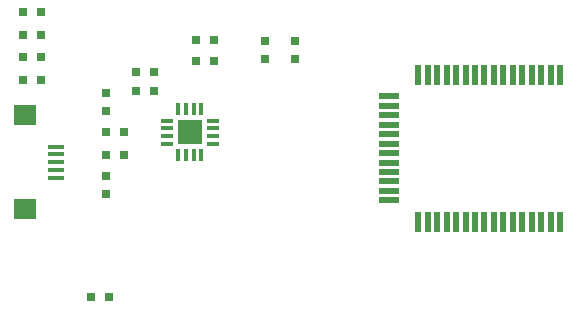
<source format=gtp>
G75*
G70*
%OFA0B0*%
%FSLAX24Y24*%
%IPPOS*%
%LPD*%
%AMOC8*
5,1,8,0,0,1.08239X$1,22.5*
%
%ADD10R,0.0197X0.0669*%
%ADD11R,0.0669X0.0197*%
%ADD12R,0.0300X0.0300*%
%ADD13R,0.0827X0.0827*%
%ADD14R,0.0433X0.0138*%
%ADD15R,0.0138X0.0433*%
%ADD16R,0.0551X0.0138*%
%ADD17R,0.0748X0.0709*%
D10*
X014790Y004180D03*
X015105Y004180D03*
X015420Y004180D03*
X015735Y004180D03*
X016050Y004180D03*
X016365Y004180D03*
X016680Y004180D03*
X016995Y004180D03*
X017310Y004180D03*
X017625Y004180D03*
X017940Y004180D03*
X018255Y004180D03*
X018570Y004180D03*
X018885Y004180D03*
X019200Y004180D03*
X019515Y004180D03*
X019515Y009101D03*
X019200Y009101D03*
X018885Y009101D03*
X018570Y009101D03*
X018255Y009101D03*
X017940Y009101D03*
X017625Y009101D03*
X017310Y009101D03*
X016995Y009101D03*
X016680Y009101D03*
X016365Y009101D03*
X016050Y009101D03*
X015735Y009101D03*
X015420Y009101D03*
X015105Y009101D03*
X014790Y009101D03*
D11*
X013806Y008373D03*
X013806Y008058D03*
X013806Y007743D03*
X013806Y007428D03*
X013806Y007113D03*
X013806Y006798D03*
X013806Y006483D03*
X013806Y006168D03*
X013806Y005853D03*
X013806Y005538D03*
X013806Y005223D03*
X013806Y004908D03*
D12*
X003880Y001680D03*
X004480Y001680D03*
X004380Y005130D03*
X004380Y005730D03*
X004380Y006430D03*
X004980Y006430D03*
X004980Y007180D03*
X004380Y007180D03*
X004380Y007880D03*
X004380Y008480D03*
X005380Y008555D03*
X005980Y008555D03*
X005980Y009180D03*
X005380Y009180D03*
X007380Y009555D03*
X007980Y009555D03*
X007980Y010243D03*
X007380Y010243D03*
X009680Y010230D03*
X009680Y009630D03*
X010680Y009630D03*
X010680Y010230D03*
X002230Y010430D03*
X001630Y010430D03*
X001630Y011180D03*
X002230Y011180D03*
X002230Y009680D03*
X001630Y009680D03*
X001630Y008930D03*
X002230Y008930D03*
D13*
X007180Y007180D03*
D14*
X006412Y007052D03*
X006412Y006796D03*
X006412Y007308D03*
X006412Y007564D03*
X007948Y007564D03*
X007948Y007308D03*
X007948Y007052D03*
X007948Y006796D03*
D15*
X007564Y006412D03*
X007308Y006412D03*
X007052Y006412D03*
X006796Y006412D03*
X006796Y007948D03*
X007052Y007948D03*
X007308Y007948D03*
X007564Y007948D03*
D16*
X002723Y006692D03*
X002723Y006436D03*
X002723Y006180D03*
X002723Y005924D03*
X002723Y005668D03*
D17*
X001680Y004605D03*
X001680Y007755D03*
M02*

</source>
